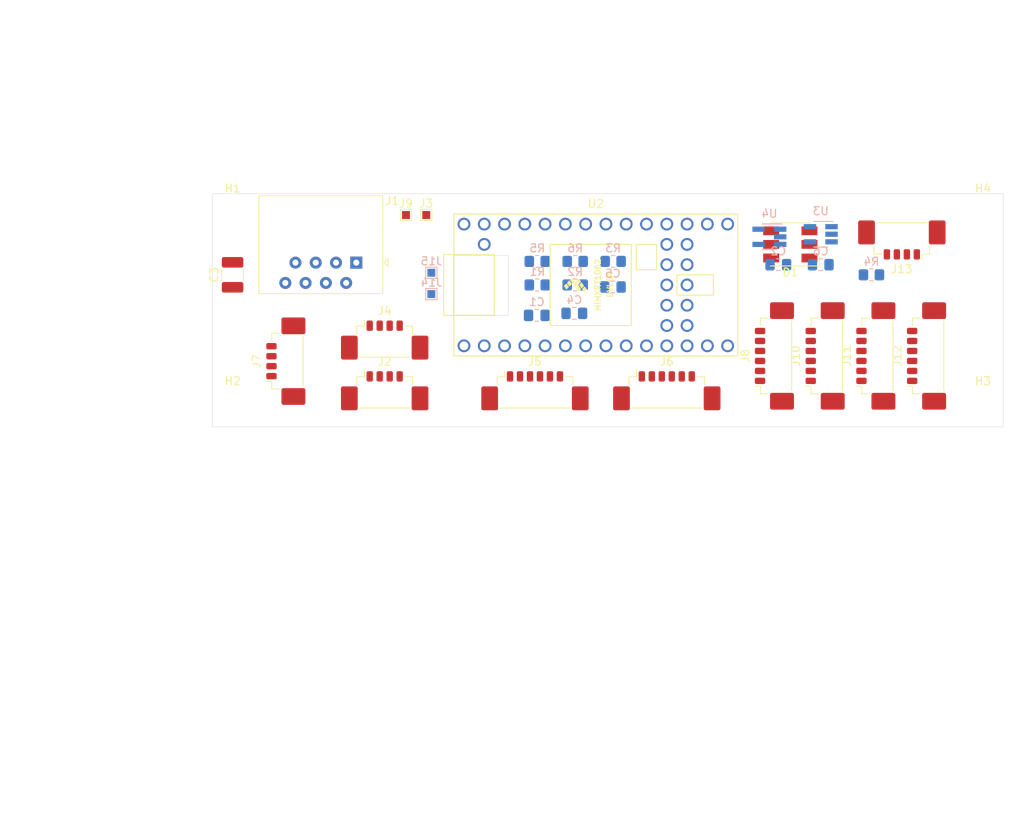
<source format=kicad_pcb>
(kicad_pcb (version 20211014) (generator pcbnew)
  (layers (0 "F.Cu" signal) (1 "In1.Cu" power) (2 "In2.Cu" power) (31 "B.Cu" signal) (34 "B.Paste" user) (35 "F.Paste" user) (36 "B.SilkS" user "B.Silkscreen") (37 "F.SilkS" user "F.Silkscreen") (38 "B.Mask" user) (39 "F.Mask" user) (44 "Edge.Cuts" user))
  (net 0 "")
  (net 1 "Net-(J2-Pad3)")
  (net 2 "GND")
  (net 3 "L_JOY_COL")
  (net 4 "Net-(J4-Pad3)")
  (net 5 "Net-(J4-Pad2)")
  (net 6 "Net-(J6-Pad3)")
  (net 7 "+3V3")
  (net 9 "Net-(R3-Pad2)")
  (net 10 "Net-(R4-Pad2)")
  (net 12 "Net-(J6-Pad1)")
  (net 13 "Net-(J6-Pad5)")
  (net 14 "GNDA")
  (net 15 "/D-")
  (net 16 "/D+")
  (net 17 "VBUS")
  (net 18 "Net-(J5-Pad4)")
  (net 19 "Net-(J5-Pad2)")
  (net 20 "Net-(J2-Pad2)")
  (net 21 "Net-(J5-Pad1)")
  (net 22 "Net-(J5-Pad3)")
  (net 23 "Net-(J5-Pad5)")
  (net 24 "Net-(J5-Pad6)")
  (net 25 "Net-(J6-Pad2)")
  (net 26 "Net-(J6-Pad4)")
  (net 27 "Net-(J6-Pad6)")
  (net 30 "Net-(J10-Pad2)")
  (net 31 "Net-(J10-Pad3)")
  (net 32 "Net-(J10-Pad4)")
  (net 33 "Net-(J10-Pad5)")
  (net 34 "Net-(J10-Pad6)")
  (net 37 "Net-(J12-Pad1)")
  (net 40 "Net-(U2-Pad30)")
  (net 41 "Net-(D1-Pad1)")
  (net 42 "Net-(U2-Pad29)")
  (net 43 "Net-(D1-Pad2)")
  (net 44 "Net-(C1-Pad1)")
  (net 45 "Net-(C2-Pad1)")
  (net 46 "Net-(C5-Pad1)")
  (net 47 "Net-(C4-Pad1)")
  (net 56 "Net-(J14-Pad1)")
  (net 57 "Net-(J15-Pad1)")
  (net 58 "Net-(J13-Pad2)")
  (net 59 "Net-(J13-Pad3)")
  (footprint "MountingHole:MountingHole_2.2mm_M2" (layer "F.Cu") (at 60.96 66.04)
    (fp_text reference "H1" (at 0 -3.2) (layer "F.SilkS"))
    (fp_text value "MountingHole")
    (pad "" np_thru_hole circle (at 0 0) (size 2.2 2.2) (drill 2.2) (layers *.Cu *.Mask))
  )
  (footprint "Connector_Molex:Molex_PicoBlade_53398-0471_1x04-1MP_P1.25mm_Vertical" (layer "F.Cu") (at 80.01 87.63)
    (fp_text reference "J2" (at 0 -3.1) (layer "F.SilkS"))
    (fp_text value "Base")
    (fp_line (start -2.535 -1.21) (end -2.535 -1.9) (layer "F.SilkS") (width 0.12))
    (fp_line (start -3.115 2.71) (end 3.115 2.71) (layer "F.SilkS") (width 0.12))
    (fp_line (start -3.485 -1.21) (end -2.535 -1.21) (layer "F.SilkS") (width 0.12))
    (fp_line (start 3.485 -1.21) (end 2.535 -1.21) (layer "F.SilkS") (width 0.12))
    (fp_line (start 3.485 -0.26) (end 3.485 -1.21) (layer "F.SilkS") (width 0.12))
    (fp_line (start -3.485 -0.26) (end -3.485 -1.21) (layer "F.SilkS") (width 0.12))
    (pad "1" smd roundrect (at -1.875 -1.25) (size 0.8 1.3) (layers "F.Cu" "F.Paste" "F.Mask") (net 7 "+3V3"))
    (pad "2" smd roundrect (at -0.625 -1.25) (size 0.8 1.3) (layers "F.Cu" "F.Paste" "F.Mask") (net 20 "Net-(J2-Pad2)"))
    (pad "3" smd roundrect (at 0.625 -1.25) (size 0.8 1.3) (layers "F.Cu" "F.Paste" "F.Mask") (net 1 "Net-(J2-Pad3)"))
    (pad "4" smd roundrect (at 1.875 -1.25) (size 0.8 1.3) (layers "F.Cu" "F.Paste" "F.Mask") (net 14 "GNDA"))
    (pad "MP" smd roundrect (at 4.425 1.5) (size 2.1 3) (layers "F.Cu" "F.Paste" "F.Mask") (roundrect_rratio 0.119048))
    (pad "MP" smd roundrect (at -4.425 1.5) (size 2.1 3) (layers "F.Cu" "F.Paste" "F.Mask") (roundrect_rratio 0.119048))
  )
  (footprint "Capacitor_SMD:C_1210_3225Metric_Pad1.33x2.70mm_HandSolder" (layer "F.Cu") (at 60.96 73.66 90)
    (fp_text reference "C3" (at 0 -2.3 90) (layer "F.SilkS"))
    (fp_text value "C")
    (fp_line (start -0.711252 1.36) (end 0.711252 1.36) (layer "F.SilkS") (width 0.12))
    (fp_line (start -0.711252 -1.36) (end 0.711252 -1.36) (layer "F.SilkS") (width 0.12))
    (pad "1" smd roundrect (at -1.5625 0 90) (size 1.325 2.7) (layers "F.Cu" "F.Paste" "F.Mask") (roundrect_rratio 0.188679) (net 17 "VBUS"))
    (pad "2" smd roundrect (at 1.5625 0 90) (size 1.325 2.7) (layers "F.Cu" "F.Paste" "F.Mask") (roundrect_rratio 0.188679) (net 2 "GND"))
  )
  (footprint "LED_SMD:LED_RGB_5050-6" (layer "F.Cu") (at 130.81 69.85 180)
    (fp_text reference "D1" (at 0 -3.5) (layer "F.SilkS"))
    (fp_text value "DotStar-cmdr_mainboard")
    (fp_line (start -3.6 -2.7) (end 2.5 -2.7) (layer "F.SilkS") (width 0.12))
    (fp_line (start 2.5 2.7) (end -2.5 2.7) (layer "F.SilkS") (width 0.12))
    (fp_line (start -3.6 -1.6) (end -3.6 -2.7) (layer "F.SilkS") (width 0.12))
    (pad "1" smd rect (at -2.4 -1.7 270) (size 1.1 2) (layers "F.Cu" "F.Paste" "F.Mask") (net 41 "Net-(D1-Pad1)"))
    (pad "2" smd rect (at -2.4 0 270) (size 1.1 2) (layers "F.Cu" "F.Paste" "F.Mask") (net 43 "Net-(D1-Pad2)"))
    (pad "3" smd rect (at -2.4 1.7 270) (size 1.1 2) (layers "F.Cu" "F.Paste" "F.Mask") (net 2 "GND"))
    (pad "4" smd rect (at 2.4 1.7 270) (size 1.1 2) (layers "F.Cu" "F.Paste" "F.Mask") (net 17 "VBUS"))
    (pad "5" smd rect (at 2.4 0 270) (size 1.1 2) (layers "F.Cu" "F.Paste" "F.Mask"))
    (pad "6" smd rect (at 2.4 -1.7 270) (size 1.1 2) (layers "F.Cu" "F.Paste" "F.Mask"))
  )
  (footprint "MountingHole:MountingHole_2.2mm_M2" (layer "F.Cu") (at 60.96 90.17)
    (fp_text reference "H2" (at 0 -3.2) (layer "F.SilkS"))
    (fp_text value "MountingHole")
    (pad "" np_thru_hole circle (at 0 0) (size 2.2 2.2) (drill 2.2) (layers *.Cu *.Mask))
  )
  (footprint "cmdr_mainboard:FRJAE-408" (layer "F.Cu") (at 76.454 72.136 180)
    (fp_text reference "J1" (at -4.505 7.747) (layer "F.SilkS"))
    (fp_text value "RJ45")
    (fp_line (start -4 -0.5) (end -4 0.5) (layer "F.SilkS") (width 0.12))
    (fp_line (start 12.205 -3.88) (end -3.315 -3.88) (layer "F.SilkS") (width 0.12))
    (fp_line (start -3.315 -3.88) (end -3.302 8.382) (layer "F.SilkS") (width 0.12))
    (fp_line (start -3.302 8.382) (end 12.218 8.382) (layer "F.SilkS") (width 0.12))
    (fp_line (start 12.205 -3.88) (end 12.205 8.382) (layer "F.SilkS") (width 0.12))
    (fp_line (start -3.5 0) (end -4 -0.5) (layer "F.SilkS") (width 0.12))
    (fp_line (start -4 0.5) (end -3.5 0) (layer "F.SilkS") (width 0.12))
    (pad "" np_thru_hole circle (at -1.27 6.35 180) (size 3.2 3.2) (drill 3.2) (layers *.Cu *.Mask))
    (pad "" np_thru_hole circle (at 10.16 6.35 180) (size 3.2 3.2) (drill 3.2) (layers *.Cu *.Mask))
    (pad "1" thru_hole rect (at 0 0 180) (size 1.5 1.5) (drill 0.76) (layers *.Cu *.Mask) (net 17 "VBUS"))
    (pad "2" thru_hole circle (at 1.27 -2.54 180) (size 1.5 1.5) (drill 0.76) (layers *.Cu *.Mask) (net 2 "GND"))
    (pad "3" thru_hole circle (at 2.54 0 180) (size 1.5 1.5) (drill 0.76) (layers *.Cu *.Mask) (net 16 "/D+"))
    (pad "4" thru_hole circle (at 3.81 -2.54 180) (size 1.5 1.5) (drill 0.76) (layers *.Cu *.Mask) (net 15 "/D-"))
    (pad "5" thru_hole circle (at 5.08 0 180) (size 1.5 1.5) (drill 0.76) (layers *.Cu *.Mask))
    (pad "6" thru_hole circle (at 6.35 -2.54 180) (size 1.5 1.5) (drill 0.76) (layers *.Cu *.Mask))
    (pad "7" thru_hole circle (at 7.62 0 180) (size 1.5 1.5) (drill 0.76) (layers *.Cu *.Mask))
    (pad "8" thru_hole circle (at 8.89 -2.54 180) (size 1.5 1.5) (drill 0.76) (layers *.Cu *.Mask))
  )
  (footprint "cmdr_mainboard:Teensy40_CM" (layer "F.Cu") (at 106.45 74.93)
    (fp_text reference "U2" (at 0 -10.16) (layer "F.SilkS"))
    (fp_text value "Teensy4.0")
    (fp_text user "DVL6A" (at 1.778 0 90) (layer "F.SilkS") (effects (font (size 0.7 0.7))))
    (fp_text user "MIMXRT1062" (at 0.254 0 90) (layer "F.SilkS") (effects (font (size 0.7 0.7))))
    (fp_line (start -17.78 -8.89) (end 17.78 -8.89) (layer "F.SilkS") (width 0.15))
    (fp_line (start -19.05 -3.81) (end -17.78 -3.81) (layer "F.SilkS") (width 0.15))
    (fp_line (start 4.445 5.08) (end 4.445 -5.08) (layer "F.SilkS") (width 0.15))
    (fp_line (start 7.62 -5.08) (end 7.62 -1.905) (layer "F.SilkS") (width 0.15))
    (fp_line (start 5.08 -1.905) (end 5.08 -5.08) (layer "F.SilkS") (width 0.15))
    (fp_line (start -5.715 -5.08) (end -5.715 5.08) (layer "F.SilkS") (width 0.15))
    (fp_line (start 4.445 -5.08) (end -5.715 -5.08) (layer "F.SilkS") (width 0.15))
    (fp_line (start -17.78 3.81) (end -19.05 3.81) (layer "F.SilkS") (width 0.15))
    (fp_line (start -12.7 3.81) (end -17.78 3.81) (layer "F.SilkS") (width 0.15))
    (fp_line (start 7.62 -1.905) (end 5.08 -1.905) (layer "F.SilkS") (width 0.15))
    (fp_line (start -12.7 3.81) (end -12.7 -3.81) (layer "F.SilkS") (width 0.15))
    (fp_line (start 10.16 -1.27) (end 14.732 -1.27) (layer "F.SilkS") (width 0.15))
    (fp_line (start 14.732 -1.27) (end 14.732 1.27) (layer "F.SilkS") (width 0.15))
    (fp_line (start 10.16 1.27) (end 10.16 -1.27) (layer "F.SilkS") (width 0.15))
    (fp_line (start 17.78 -8.89) (end 17.78 8.89) (layer "F.SilkS") (width 0.15))
    (fp_line (start -17.78 8.89) (end -17.78 -8.89) (layer "F.SilkS") (width 0.15))
    (fp_line (start 14.732 1.27) (end 10.16 1.27) (layer "F.SilkS") (width 0.15))
    (fp_line (start -19.05 3.81) (end -19.05 -3.81) (layer "F.SilkS") (width 0.15))
    (fp_line (start 17.78 8.89) (end -17.78 8.89) (layer "F.SilkS") (width 0.15))
    (fp_line (start -12.7 -3.81) (end -17.78 -3.81) (layer "F.SilkS") (width 0.15))
    (fp_line (start 4.445 5.08) (end -5.715 5.08) (layer "F.SilkS") (width 0.15))
    (fp_line (start 5.08 -5.08) (end 7.62 -5.08) (layer "F.SilkS") (width 0.15))
    (fp_poly (pts (xy -2.032 0) (xy -1.778 -0.254) (xy -1.524 0.127) (xy -1.778 0.381)) (layer "F.SilkS") (width 0.1) (fill solid))
    (fp_poly (pts (xy -2.794 -0.127) (xy -2.54 -0.381) (xy -2.286 0) (xy -2.54 0.254)) (layer "F.SilkS") (width 0.1) (fill solid))
    (fp_poly (pts (xy -2.413 -0.508) (xy -2.159 -0.762) (xy -1.905 -0.381) (xy -2.159 -0.127)) (layer "F.SilkS") (width 0.1) (fill solid))
    (fp_poly (pts (xy -2.413 0.381) (xy -2.159 0.127) (xy -1.905 0.508) (xy -2.159 0.762)) (layer "F.SilkS") (width 0.1) (fill solid))
    (fp_poly (pts (xy -3.937 0.127) (xy -3.683 -0.127) (xy -3.429 0.254) (xy -3.683 0.508)) (layer "F.SilkS") (width 0.1) (fill solid))
    (fp_poly (pts (xy -1.651 0.508) (xy -1.397 0.254) (xy -1.143 0.635) (xy -1.397 0.889)) (layer "F.SilkS") (width 0.1) (fill solid))
    (fp_poly (pts (xy -3.556 -0.254) (xy -3.302 -0.508) (xy -3.048 -0.127) (xy -3.302 0.127)) (layer "F.SilkS") (width 0.1) (fill solid))
    (fp_poly (pts (xy -3.175 -0.635) (xy -2.921 -0.889) (xy -2.667 -0.508) (xy -2.921 -0.254)) (layer "F.SilkS") (width 0.1) (fill solid))
    (pad "1" thru_hole circle (at -16.51 7.62) (size 1.6 1.6) (drill 1.1) (layers *.Cu *.Mask) (net 2 "GND"))
    (pad "2" thru_hole circle (at -13.97 7.62) (size 1.6 1.6) (drill 1.1) (layers *.Cu *.Mask) (net 21 "Net-(J5-Pad1)"))
    (pad "3" thru_hole circle (at -11.43 7.62) (size 1.6 1.6) (drill 1.1) (layers *.Cu *.Mask) (net 19 "Net-(J5-Pad2)"))
    (pad "4" thru_hole circle (at -8.89 7.62) (size 1.6 1.6) (drill 1.1) (layers *.Cu *.Mask) (net 22 "Net-(J5-Pad3)"))
    (pad "5" thru_hole circle (at -6.35 7.62) (size 1.6 1.6) (drill 1.1) (layers *.Cu *.Mask) (net 18 "Net-(J5-Pad4)"))
    (pad "6" thru_hole circle (at -3.81 7.62) (size 1.6 1.6) (drill 1.1) (layers *.Cu *.Mask) (net 23 "Net-(J5-Pad5)"))
    (pad "7" thru_hole circle (at -1.27 7.62) (size 1.6 1.6) (drill 1.1) (layers *.Cu *.Mask) (net 24 "Net-(J5-Pad6)"))
    (pad "8" thru_hole circle (at 1.27 7.62) (size 1.6 1.6) (drill 1.1) (layers *.Cu *.Mask) (net 12 "Net-(J6-Pad1)"))
    (pad "9" thru_hole circle (at 3.81 7.62) (size 1.6 1.6) (drill 1.1) (layers *.Cu *.Mask) (net 25 "Net-(J6-Pad2)"))
    (pad "10" thru_hole circle (at 6.35 7.62) (size 1.6 1.6) (drill 1.1) (layers *.Cu *.Mask) (net 6 "Net-(J6-Pad3)"))
    (pad "11" thru_hole circle (at 8.89 7.62) (size 1.6 1.6) (drill 1.1) (layers *.Cu *.Mask) (net 26 "Net-(J6-Pad4)"))
    (pad "12" thru_hole circle (at 11.43 7.62) (size 1.6 1.6) (drill 1.1) (layers *.Cu *.Mask) (net 13 "Net-(J6-Pad5)"))
    (pad "13" thru_hole circle (at 13.97 7.62) (size 1.6 1.6) (drill 1.1) (layers *.Cu *.Mask) (net 27 "Net-(J6-Pad6)"))
    (pad "14" thru_hole circle (at 16.51 7.62) (size 1.6 1.6) (drill 1.1) (layers *.Cu *.Mask) (net 3 "L_JOY_COL"))
    (pad "20" thru_hole circle (at 16.51 -7.62) (size 1.6 1.6) (drill 1.1) (layers *.Cu *.Mask))
    (pad "21" thru_hole circle (at 13.97 -7.62) (size 1.6 1.6) (drill 1.1) (layers *.Cu *.Mask) (net 9 "Net-(R3-Pad2)"))
    (pad "22" thru_hole circle (at 11.43 -7.62) (size 1.6 1.6) (drill 1.1) (layers *.Cu *.Mask) (net 10 "Net-(R4-Pad2)"))
    (pad "23" thru_hole circle (at 8.89 -7.62) (size 1.6 1.6) (drill 1.1) (layers *.Cu *.Mask) (net 46 "Net-(C5-Pad1)"))
    (pad "24" thru_hole circle (at 6.35 -7.62) (size 1.6 1.6) (drill 1.1) (layers *.Cu *.Mask) (net 47 "Net-(C4-Pad1)"))
    (pad "25" thru_hole circle (at 3.81 -7.62) (size 1.6 1.6) (drill 1.1) (layers *.Cu *.Mask))
    (pad "26" thru_hole circle (at 1.27 -7.62) (size 1.6 1.6) (drill 1.1) (layers *.Cu *.Mask))
    (pad "27" thru_hole circle (at -1.27 -7.62) (size 1.6 1.6) (drill 1.1) (layers *.Cu *.Mask) (net 45 "Net-(C2-Pad1)"))
    (pad "28" thru_hole circle (at -3.81 -7.62) (size 1.6 1.6) (drill 1.1) (layers *.Cu *.Mask) (net 44 "Net-(C1-Pad1)"))
    (pad "29" thru_hole circle (at -6.35 -7.62) (size 1.6 1.6) (drill 1.1) (layers *.Cu *.Mask) (net 42 "Net-(U2-Pad29)"))
    (pad "30" thru_hole circle (at -8.89 -7.62) (size 1.6 1.6) (drill 1.1) (layers *.Cu *.Mask) (net 40 "Net-(U2-Pad30)"))
    (pad "31" thru_hole circle (at -11.43 -7.62) (size 1.6 1.6) (drill 1.1) (layers *.Cu *.Mask) (net 7 "+3V3"))
    (pad "32" thru_hole circle (at -13.97 -7.62) (size 1.6 1.6) (drill 1.1) (layers *.Cu *.Mask) (net 14 "GNDA"))
    (pad "33" thru_hole circle (at -16.51 -7.62) (size 1.6 1.6) (drill 1.1) (layers *.Cu *.Mask))
    (pad "34" thru_hole circle (at -13.97 -5.08) (size 1.6 1.6) (drill 1.1) (layers *.Cu *.Mask) (net 17 "VBUS"))
    (pad "35" thru_hole circle (at 11.43 -5.08) (size 1.6 1.6) (drill 1.1) (layers *.Cu *.Mask) (net 34 "Net-(J10-Pad6)"))
    (pad "36" thru_hole circle (at 8.89 -5.08) (size 1.6 1.6) (drill 1.1) (layers *.Cu *.Mask))
    (pad "37" thru_hole circle (at 11.43 -2.54) (size 1.6 1.6) (drill 1.1) (layers *.Cu *.Mask) (net 33 "Net-(J10-Pad5)"))
    (pad "38" thru_hole circle (at 8.89 -2.54) (size 1.6 1.6) (drill 1.1) (layers *.Cu *.Mask))
    (pad "39" thru_hole circle (at 11.43 0) (size 1.6 1.6) (drill 1.1) (layers *.Cu *.Mask) (net 32 "Net-(J10-Pad4)"))
    (pad "40" thru_hole circle (at 8.89 0) (size 1.6 1.6) (drill 1.1) (layers *.Cu *.Mask))
    (pad "41" thru_hole circle (at 11.43 2.54) (size 1.6 1.6) (drill 1.1) (layers *.Cu *.Mask) (net 31 "Net-(J10-Pad3)"))
    (pad "42" thru_hole circle (at 8.89 2.54) (size 1.6 1.6) (drill 1.1) (layers *.Cu *.Mask))
    (pad "43" thru_hole circle (at 11.43 5.08) (size 1.6 1.6) (drill 1.1) (layers *.Cu *.Mask) (net 30 "Net-(J10-Pad2)"))
    (pad "44" thru_hole circle (at 8.89 5.08) (size 1.6 1.6) (drill 1.1) (layers *.Cu *.Mask) (net 37 "Net-(J12-Pad1)"))
  )
  (footprint "Connector_Molex:Molex_PicoBlade_53398-0671_1x06-1MP_P1.25mm_Vertical" (layer "F.Cu") (at 134.62 83.82 90)
    (fp_text reference "J10" (at 0 -3.1 90) (layer "F.SilkS"))
    (fp_text value "Conn_01x06")
    (fp_line (start -4.365 2.71) (end 4.365 2.71) (layer "F.SilkS") (width 0.12))
    (fp_line (start 4.735 -0.26) (end 4.735 -1.21) (layer "F.SilkS") (width 0.12))
    (fp_line (start -4.735 -1.21) (end -3.785 -1.21) (layer "F.SilkS") (width 0.12))
    (fp_line (start -3.785 -1.21) (end -3.785 -1.9) (layer "F.SilkS") (width 0.12))
    (fp_line (start -4.735 -0.26) (end -4.735 -1.21) (layer "F.SilkS") (width 0.12))
    (fp_line (start 4.735 -1.21) (end 3.785 -1.21) (layer "F.SilkS") (width 0.12))
    (pad "1" smd roundrect (at -3.125 -1.25 90) (size 0.8 1.3) (layers "F.Cu" "F.Paste" "F.Mask"))
    (pad "2" smd roundrect (at -1.875 -1.25 90) (size 0.8 1.3) (layers "F.Cu" "F.Paste" "F.Mask") (net 30 "Net-(J10-Pad2)"))
    (pad "3" smd roundrect (at -0.625 -1.25 90) (size 0.8 1.3) (layers "F.Cu" "F.Paste" "F.Mask") (net 31 "Net-(J10-Pad3)"))
    (pad "4" smd roundrect (at 0.625 -1.25 90) (size 0.8 1.3) (layers "F.Cu" "F.Paste" "F.Mask") (net 32 "Net-(J10-Pad4)"))
    (pad "5" smd roundrect (at 1.875 -1.25 90) (size 0.8 1.3) (layers "F.Cu" "F.Paste" "F.Mask") (net 33 "Net-(J10-Pad5)"))
    (pad "6" smd roundrect (at 3.125 -1.25 90) (size 0.8 1.3) (layers "F.Cu" "F.Paste" "F.Mask") (net 34 "Net-(J10-Pad6)"))
    (pad "MP" smd roundrect (at 5.675 1.5 90) (size 2.1 3) (layers "F.Cu" "F.Paste" "F.Mask") (roundrect_rratio 0.119048))
    (pad "MP" smd roundrect (at -5.675 1.5 90) (size 2.1 3) (layers "F.Cu" "F.Paste" "F.Mask") (roundrect_rratio 0.119048))
  )
  (footprint "Connector_Molex:Molex_PicoBlade_53398-0671_1x06-1MP_P1.25mm_Vertical" (layer "F.Cu") (at 140.97 83.82 90)
    (fp_text reference "J11" (at 0 -3.1 90) (layer "F.SilkS"))
    (fp_text value "Conn_01x06")
    (fp_line (start -4.735 -0.26) (end -4.735 -1.21) (layer "F.SilkS") (width 0.12))
    (fp_line (start -3.785 -1.21) (end -3.785 -1.9) (layer "F.SilkS") (width 0.12))
    (fp_line (start -4.735 -1.21) (end -3.785 -1.21) (layer "F.SilkS") (width 0.12))
    (fp_line (start -4.365 2.71) (end 4.365 2.71) (layer "F.SilkS") (width 0.12))
    (fp_line (start 4.735 -1.21) (end 3.785 -1.21) (layer "F.SilkS") (width 0.12))
    (fp_line (start 4.735 -0.26) (end 4.735 -1.21) (layer "F.SilkS") (width 0.12))
    (pad "1" smd roundrect (at -3.125 -1.25 90) (size 0.8 1.3) (layers "F.Cu" "F.Paste" "F.Mask"))
    (pad "2" smd roundrect (at -1.875 -1.25 90) (size 0.8 1.3) (layers "F.Cu" "F.Paste" "F.Mask") (net 30 "Net-(J10-Pad2)"))
    (pad "3" smd roundrect (at -0.625 -1.25 90) (size 0.8 1.3) (layers "F.Cu" "F.Paste" "F.Mask") (net 31 "Net-(J10-Pad3)"))
    (pad "4" smd roundrect (at 0.625 -1.25 90) (size 0.8 1.3) (layers "F.Cu" "F.Paste" "F.Mask") (net 32 "Net-(J10-Pad4)"))
    (pad "5" smd roundrect (at 1.875 -1.25 90) (size 0.8 1.3) (layers "F.Cu" "F.Paste" "F.Mask") (net 33 "Net-(J10-Pad5)"))
    (pad "6" smd roundrect (at 3.125 -1.25 90) (size 0.8 1.3) (layers "F.Cu" "F.Paste" "F.Mask") (net 34 "Net-(J10-Pad6)"))
    (pad "MP" smd roundrect (at 5.675 1.5 90) (size 2.1 3) (layers "F.Cu" "F.Paste" "F.Mask") (roundrect_rratio 0.119048))
    (pad "MP" smd roundrect (at -5.675 1.5 90) (size 2.1 3) (layers "F.Cu" "F.Paste" "F.Mask") (roundrect_rratio 0.119048))
  )
  (footprint "Connector_Molex:Molex_PicoBlade_53398-0671_1x06-1MP_P1.25mm_Vertical" (layer "F.Cu") (at 98.83 87.63)
    (fp_text reference "J5" (at 0 -3.1) (layer "F.SilkS"))
    (fp_text value "Conn_01x06")
    (fp_line (start -3.785 -1.21) (end -3.785 -1.9) (layer "F.SilkS") (width 0.12))
    (fp_line (start -4.365 2.71) (end 4.365 2.71) (layer "F.SilkS") (width 0.12))
    (fp_line (start -4.735 -0.26) (end -4.735 -1.21) (layer "F.SilkS") (width 0.12))
    (fp_line (start 4.735 -1.21) (end 3.785 -1.21) (layer "F.SilkS") (width 0.12))
    (fp_line (start 4.735 -0.26) (end 4.735 -1.21) (layer "F.SilkS") (width 0.12))
    (fp_line (start -4.735 -1.21) (end -3.785 -1.21) (layer "F.SilkS") (width 0.12))
    (pad "1" smd roundrect (at -3.125 -1.25) (size 0.8 1.3) (layers "F.Cu" "F.Paste" "F.Mask") (net 21 "Net-(J5-Pad1)"))
    (pad "2" smd roundrect (at -1.875 -1.25) (size 0.8 1.3) (layers "F.Cu" "F.Paste" "F.Mask") (net 19 "Net-(J5-Pad2)"))
    (pad "3" smd roundrect (at -0.625 -1.25) (size 0.8 1.3) (layers "F.Cu" "F.Paste" "F.Mask") (net 22 "Net-(J5-Pad3)"))
    (pad "4" smd roundrect (at 0.625 -1.25) (size 0.8 1.3) (layers "F.Cu" "F.Paste" "F.Mask") (net 18 "Net-(J5-Pad4)"))
    (pad "5" smd roundrect (at 1.875 -1.25) (size 0.8 1.3) (layers "F.Cu" "F.Paste" "F.Mask") (net 23 "Net-(J5-Pad5)"))
    (pad "6" smd roundrect (at 3.125 -1.25) (size 0.8 1.3) (layers "F.Cu" "F.Paste" "F.Mask") (net 24 "Net-(J5-Pad6)"))
    (pad "MP" smd roundrect (at -5.675 1.5) (size 2.1 3) (layers "F.Cu" "F.Paste" "F.Mask") (roundrect_rratio 0.119048))
    (pad "MP" smd roundrect (at 5.675 1.5) (size 2.1 3) (layers "F.Cu" "F.Paste" "F.Mask") (roundrect_rratio 0.119048))
  )
  (footprint "TestPoint:TestPoint_Pad_1.0x1.0mm" (layer "F.Cu") (at 82.677 66.167)
    (fp_text reference "J9" (at 0 -1.448) (layer "F.SilkS"))
    (fp_text value "D+")
    (fp_line (start -0.7 0.7) (end -0.7 -0.7) (layer "F.SilkS") (width 0.12))
    (fp_line (start -0.7 -0.7) (end 0.7 -0.7) (layer "F.SilkS") (width 0.12))
    (fp_line (start 0.7 0.7) (end -0.7 0.7) (layer "F.SilkS") (width 0.12))
    (fp_line (start 0.7 -0.7) (end 0.7 0.7) (layer "F.SilkS") (width 0.12))
    (pad "1" smd rect (at 0 0) (size 1 1) (layers "F.Cu" "F.Mask") (net 16 "/D+"))
  )
  (footprint "MountingHole:MountingHole_2.2mm_M2" (layer "F.Cu") (at 154.94 90.17)
    (fp_text reference "H3" (at 0 -3.2) (layer "F.SilkS"))
    (fp_text value "MountingHole")
    (pad "" np_thru_hole circle (at 0 0) (size 2.2 2.2) (drill 2.2) (layers *.Cu *.Mask))
  )
  (footprint "Connector_Molex:Molex_PicoBlade_53398-0471_1x04-1MP_P1.25mm_Vertical" (layer "F.Cu") (at 144.78 69.85 180)
    (fp_text reference "J13" (at 0 -3.1) (layer "F.SilkS"))
    (fp_text value "Base")
    (fp_line (start 3.485 -1.21) (end 2.535 -1.21) (layer "F.SilkS") (width 0.12))
    (fp_line (start 3.485 -0.26) (end 3.485 -1.21) (layer "F.SilkS") (width 0.12))
    (fp_line (start -3.485 -0.26) (end -3.485 -1.21) (layer "F.SilkS") (width 0.12))
    (fp_line (start -2.535 -1.21) (end -2.535 -1.9) (layer "F.SilkS") (width 0.12))
    (fp_line (start -3.115 2.71) (end 3.115 2.71) (layer "F.SilkS") (width 0.12))
    (fp_line (start -3.485 -1.21) (end -2.535 -1.21) (layer "F.SilkS") (width 0.12))
    (pad "1" smd roundrect (at -1.875 -1.25 180) (size 0.8 1.3) (layers "F.Cu" "F.Paste" "F.Mask") (net 17 "VBUS"))
    (pad "2" smd roundrect (at -0.625 -1.25 180) (size 0.8 1.3) (layers "F.Cu" "F.Paste" "F.Mask") (net 58 "Net-(J13-Pad2)"))
    (pad "3" smd roundrect (at 0.625 -1.25 180) (size 0.8 1.3) (layers "F.Cu" "F.Paste" "F.Mask") (net 59 "Net-(J13-Pad3)"))
    (pad "4" smd roundrect (at 1.875 -1.25 180) (size 0.8 1.3) (layers "F.Cu" "F.Paste" "F.Mask") (net 2 "GND"))
    (pad "MP" smd roundrect (at -4.425 1.5 180) (size 2.1 3) (layers "F.Cu" "F.Paste" "F.Mask") (roundrect_rratio 0.119048))
    (pad "MP" smd roundrect (at 4.425 1.5 180) (size 2.1 3) (layers "F.Cu" "F.Paste" "F.Mask") (roundrect_rratio 0.119048))
  )
  (footprint "Connector_Molex:Molex_PicoBlade_53398-0671_1x06-1MP_P1.25mm_Vertical" (layer "F.Cu") (at 128.27 83.82 90)
    (fp_text reference "J8" (at 0 -3.1 90) (layer "F.SilkS"))
    (fp_text value "Conn_01x06")
    (fp_line (start 4.735 -0.26) (end 4.735 -1.21) (layer "F.SilkS") (width 0.12))
    (fp_line (start -3.785 -1.21) (end -3.785 -1.9) (layer "F.SilkS") (width 0.12))
    (fp_line (start 4.735 -1.21) (end 3.785 -1.21) (layer "F.SilkS") (width 0.12))
    (fp_line (start -4.365 2.71) (end 4.365 2.71) (layer "F.SilkS") (width 0.12))
    (fp_line (start -4.735 -0.26) (end -4.735 -1.21) (layer "F.SilkS") (width 0.12))
    (fp_line (start -4.735 -1.21) (end -3.785 -1.21) (layer "F.SilkS") (width 0.12))
    (pad "1" smd roundrect (at -3.125 -1.25 90) (size 0.8 1.3) (layers "F.Cu" "F.Paste" "F.Mask") (net 3 "L_JOY_COL"))
    (pad "2" smd roundrect (at -1.875 -1.25 90) (size 0.8 1.3) (layers "F.Cu" "F.Paste" "F.Mask") (net 30 "Net-(J10-Pad2)"))
    (pad "3" smd roundrect (at -0.625 -1.25 90) (size 0.8 1.3) (layers "F.Cu" "F.Paste" "F.Mask") (net 31 "Net-(J10-Pad3)"))
    (pad "4" smd roundrect (at 0.625 -1.25 90) (size 0.8 1.3) (layers "F.Cu" "F.Paste" "F.Mask") (net 32 "Net-(J10-Pad4)"))
    (pad "5" smd roundrect (at 1.875 -1.25 90) (size 0.8 1.3) (layers "F.Cu" "F.Paste" "F.Mask") (net 33 "Net-(J10-Pad5)"))
    (pad "6" smd roundrect (at 3.125 -1.25 90) (size 0.8 1.3) (layers "F.Cu" "F.Paste" "F.Mask") (net 34 "Net-(J10-Pad6)"))
    (pad "MP" smd roundrect (at 5.675 1.5 90) (size 2.1 3) (layers "F.Cu" "F.Paste" "F.Mask") (roundrect_rratio 0.119048))
    (pad "MP" smd roundrect (at -5.675 1.5 90) (size 2.1 3) (layers "F.Cu" "F.Paste" "F.Mask") (roundrect_rratio 0.119048))
  )
  (footprint "MountingHole:MountingHole_2.2mm_M2" (layer "F.Cu") (at 154.94 66.04)
    (fp_text reference "H4" (at 0 -3.2) (layer "F.SilkS"))
    (fp_text value "MountingHole")
    (pad "" np_thru_hole circle (at 0 0) (size 2.2 2.2) (drill 2.2) (layers *.Cu *.Mask))
  )
  (footprint "Connector_Molex:Molex_PicoBlade_53398-0471_1x04-1MP_P1.25mm_Vertical" (layer "F.Cu") (at 80.01 81.28)
    (fp_text reference "J4" (at 0 -3.1) (layer "F.SilkS"))
    (fp_text value "Base")
    (fp_line (start -3.485 -1.21) (end -2.535 -1.21) (layer "F.SilkS") (width 0.12))
    (fp_line (start 3.485 -0.26) (end 3.485 -1.21) (layer "F.SilkS") (width 0.12))
    (fp_line (start -2.535 -1.21) (end -2.535 -1.9) (layer "F.SilkS") (width 0.12))
    (fp_line (start 3.485 -1.21) (end 2.535 -1.21) (layer "F.SilkS") (width 0.12))
    (fp_line (start -3.485 -0.26) (end -3.485 -1.21) (layer "F.SilkS") (width 0.12))
    (fp_line (start -3.115 2.71) (end 3.115 2.71) (layer "F.SilkS") (width 0.12))
    (pad "1" smd roundrect (at -1.875 -1.25) (size 0.8 1.3) (layers "F.Cu" "F.Paste" "F.Mask") (net 7 "+3V3"))
    (pad "2" smd roundrect (at -0.625 -1.25) (size 0.8 1.3) (layers "F.Cu" "F.Paste" "F.Mask") (net 5 "Net-(J4-Pad2)"))
    (pad "3" smd roundrect (at 0.625 -1.25) (size 0.8 1.3) (layers "F.Cu" "F.Paste" "F.Mask") (net 4 "Net-(J4-Pad3)"))
    (pad "4" smd roundrect (at 1.875 -1.25) (size 0.8 1.3) (layers "F.Cu" "F.Paste" "F.Mask") (net 14 "GNDA"))
    (pad "MP" smd roundrect (at 4.425 1.5) (size 2.1 3) (layers "F.Cu" "F.Paste" "F.Mask") (roundrect_rratio 0.119048))
    (pad "MP" smd roundrect (at -4.425 1.5) (size 2.1 3) (layers "F.Cu" "F.Paste" "F.Mask") (roundrect_rratio 0.119048))
  )
  (footprint "TestPoint:TestPoint_Pad_1.0x1.0mm" (layer "F.Cu") (at 85.217 66.167)
    (fp_text reference "J3" (at 0 -1.448) (layer "F.SilkS"))
    (fp_text value "D-")
    (fp_line (start -0.7 -0.7) (end 0.7 -0.7) (layer "F.SilkS") (width 0.12))
    (fp_line (start -0.7 0.7) (end -0.7 -0.7) (layer "F.SilkS") (width 0.12))
    (fp_line (start 0.7 0.7) (end -0.7 0.7) (layer "F.SilkS") (width 0.12))
    (fp_line (start 0.7 -0.7) (end 0.7 0.7) (layer "F.SilkS") (width 0.12))
    (pad "1" smd rect (at 0 0) (size 1 1) (layers "F.Cu" "F.Mask") (net 15 "/D-"))
  )
  (footprint "Connector_Molex:Molex_PicoBlade_53398-0671_1x06-1MP_P1.25mm_Vertical" (layer "F.Cu") (at 147.32 83.82 90)
    (fp_text reference "J12" (at 0 -3.1 90) (layer "F.SilkS"))
    (fp_text value "Conn_01x06")
    (fp_line (start -4.735 -0.26) (end -4.735 -1.21) (layer "F.SilkS") (width 0.12))
    (fp_line (start -3.785 -1.21) (end -3.785 -1.9) (layer "F.SilkS") (width 0.12))
    (fp_line (start 4.735 -1.21) (end 3.785 -1.21) (layer "F.SilkS") (width 0.12))
    (fp_line (start -4.735 -1.21) (end -3.785 -1.21) (layer "F.SilkS") (width 0.12))
    (fp_line (start -4.365 2.71) (end 4.365 2.71) (layer "F.SilkS") (width 0.12))
    (fp_line (start 4.735 -0.26) (end 4.735 -1.21) (layer "F.SilkS") (width 0.12))
    (pad "1" smd roundrect (at -3.125 -1.25 90) (size 0.8 1.3) (layers "F.Cu" "F.Paste" "F.Mask") (net 37 "Net-(J12-Pad1)"))
    (pad "2" smd roundrect (at -1.875 -1.25 90) (size 0.8 1.3) (layers "F.Cu" "F.Paste" "F.Mask") (net 30 "Net-(J10-Pad2)"))
    (pad "3" smd roundrect (at -0.625 -1.25 90) (size 0.8 1.3) (layers "F.Cu" "F.Paste" "F.Mask") (net 31 "Net-(J10-Pad3)"))
    (pad "4" smd roundrect (at 0.625 -1.25 90) (size 0.8 1.3) (layers "F.Cu" "F.Paste" "F.Mask") (net 32 "Net-(J10-Pad4)"))
    (pad "5" smd roundrect (at 1.875 -1.25 90) (size 0.8 1.3) (layers "F.Cu" "F.Paste" "F.Mask") (net 33 "Net-(J10-Pad5)"))
    (pad "6" smd roundrect (at 3.125 -1.25 90) (size 0.8 1.3) (layers "F.Cu" "F.Paste" "F.Mask") (net 34 "Net-(J10-Pad6)"))
    (pad "MP" smd roundrect (at 5.675 1.5 90) (size 2.1 3) (layers "F.Cu" "F.Paste" "F.Mask") (roundrect_rratio 0.119048))
    (pad "MP" smd roundrect (at -5.675 1.5 90) (size 2.1 3) (layers "F.Cu" "F.Paste" "F.Mask") (roundrect_rratio 0.119048))
  )
  (footprint "Connector_Molex:Molex_PicoBlade_53398-0671_1x06-1MP_P1.25mm_Vertical" (layer "F.Cu") (at 115.34 87.63)
    (fp_text reference "J6" (at 0 -3.1) (layer "F.SilkS"))
    (fp_text value "Conn_01x06")
    (fp_line (start -4.735 -1.21) (end -3.785 -1.21) (layer "F.SilkS") (width 0.12))
    (fp_line (start 4.735 -0.26) (end 4.735 -1.21) (layer "F.SilkS") (width 0.12))
    (fp_line (start -4.365 2.71) (end 4.365 2.71) (layer "F.SilkS") (width 0.12))
    (fp_line (start -3.785 -1.21) (end -3.785 -1.9) (layer "F.SilkS") (width 0.12))
    (fp_line (start 4.735 -1.21) (end 3.785 -1.21) (layer "F.SilkS") (width 0.12))
    (fp_line (start -4.735 -0.26) (end -4.735 -1.21) (layer "F.SilkS") (width 0.12))
    (pad "1" smd roundrect (at -3.125 -1.25) (size 0.8 1.3) (layers "F.Cu" "F.Paste" "F.Mask") (net 12 "Net-(J6-Pad1)"))
    (pad "2" smd roundrect (at -1.875 -1.25) (size 0.8 1.3) (layers "F.Cu" "F.Paste" "F.Mask") (net 25 "Net-(J6-Pad2)"))
    (pad "3" smd roundrect (at -0.625 -1.25) (size 0.8 1.3) (layers "F.Cu" "F.Paste" "F.Mask") (net 6 "Net-(J6-Pad3)"))
    (pad "4" smd roundrect (at 0.625 -1.25) (size 0.8 1.3) (layers "F.Cu" "F.Paste" "F.Mask") (net 26 "Net-(J6-Pad4)"))
    (pad "5" smd roundrect (at 1.875 -1.25) (size 0.8 1.3) (layers "F.Cu" "F.Paste" "F.Mask") (net 13 "Net-(J6-Pad5)"))
    (pad "6" smd roundrect (at 3.125 -1.25) (size 0.8 1.3) (layers "F.Cu" "F.Paste" "F.Mask") (net 27 "Net-(J6-Pad6)"))
    (pad "MP" smd roundrect (at 5.675 1.5) (size 2.1 3) (layers "F.Cu" "F.Paste" "F.Mask") (roundrect_rratio 0.119048))
    (pad "MP" smd roundrect (at -5.675 1.5) (size 2.1 3) (layers "F.Cu" "F.Paste" "F.Mask") (roundrect_rratio 0.119048))
  )
  (footprint "Connector_Molex:Molex_PicoBlade_53398-0471_1x04-1MP_P1.25mm_Vertical" (layer "F.Cu") (at 67.08 84.475 90)
    (fp_text reference "J7" (at 0 -3.1 90) (layer "F.SilkS"))
    (fp_text value "Base")
    (fp_line (start 3.485 -0.26) (end 3.485 -1.21) (layer "F.SilkS") (width 0.12))
    (fp_line (start -3.485 -1.21) (end -2.535 -1.21) (layer "F.SilkS") (width 0.12))
    (fp_line (start -3.115 2.71) (end 3.115 2.71) (layer "F.SilkS") (width 0.12))
    (fp_line (start -3.485 -0.26) (end -3.485 -1.21) (layer "F.SilkS") (width 0.12))
    (fp_line (start -2.535 -1.21) (end -2.535 -1.9) (layer "F.SilkS") (width 0.12))
    (fp_line (start 3.485 -1.21) (end 2.535 -1.21) (layer "F.SilkS") (width 0.12))
    (pad "1" smd roundrect (at -1.875 -1.25 90) (size 0.8 1.3) (layers "F.Cu" "F.Paste" "F.Mask") (net 17 "VBUS"))
    (pad "2" smd roundrect (at -0.625 -1.25 90) (size 0.8 1.3) (layers "F.Cu" "F.Paste" "F.Mask") (net 56 "Net-(J14-Pad1)"))
    (pad "3" smd roundrect (at 0.625 -1.25 90) (size 0.8 1.3) (layers "F.Cu" "F.Paste" "F.Mask") (net 57 "Net-(J15-Pad1)"))
    (pad "4" smd roundrect (at 1.875 -1.25 90) (size 0.8 1.3) (layers "F.Cu" "F.Paste" "F.Mask") (net 2 "GND"))
    (pad "MP" smd roundrect (at -4.425 1.5 90) (size 2.1 3) (layers "F.Cu" "F.Paste" "F.Mask") (roundrect_rratio 0.119048))
    (pad "MP" smd roundrect (at 4.425 1.5 90) (size 2.1 3) (layers "F.Cu" "F.Paste" "F.Mask") (roundrect_rratio 0.119048))
  )
  (footprint "Package_TO_SOT_SMD:SOT-23-5_HandSoldering" (layer "B.Cu") (at 128.19 68.9 180)
    (fp_text reference "U4" (at 0 2.9) (layer "B.SilkS") (effects (justify mirror)))
    (fp_text value "74LVC1G125")
    (fp_line (start 0.9 1.61) (end -1.55 1.61) (layer "B.SilkS") (width 0.12))
    (fp_line (start -0.9 -1.61) (end 0.9 -1.61) (layer "B.SilkS") (width 0.12))
    (pad "1" smd rect (at -1.35 0.95 180) (size 1.56 0.65) (layers "B.Cu" "B.Paste" "B.Mask") (net 2 "GND"))
    (pad "2" smd rect (at -1.35 0 180) (size 1.56 0.65) (layers "B.Cu" "B.Paste" "B.Mask") (net 42 "Net-(U2-Pad29)"))
    (pad "3" smd rect (at -1.35 -0.95 180) (size 1.56 0.65) (layers "B.Cu" "B.Paste" "B.Mask") (net 2 "GND"))
    (pad "4" smd rect (at 1.35 -0.95 180) (size 1.56 0.65) (layers "B.Cu" "B.Paste" "B.Mask") (net 43 "Net-(D1-Pad2)"))
    (pad "5" smd rect (at 1.35 0.95 180) (size 1.56 0.65) (layers "B.Cu" "B.Paste" "B.Mask") (net 17 "VBUS"))
  )
  (footprint "Resistor_SMD:R_0805_2012Metric_Pad1.20x1.40mm_HandSolder" (layer "B.Cu") (at 108.62 71.98 180)
    (fp_text reference "R3" (at 0 1.65) (layer "B.SilkS") (effects (justify mirror)))
    (fp_text value "220")
    (fp_line (start -0.227064 -0.735) (end 0.227064 -0.735) (layer "B.SilkS") (width 0.12))
    (fp_line (start -0.227064 0.735) (end 0.227064 0.735) (layer "B.SilkS") (width 0.12))
    (pad "1" smd roundrect (at -1 0 180) (size 1.2 1.4) (layers "B.Cu" "B.Paste" "B.Mask") (roundrect_rratio 0.208333) (net 58 "Net-(J13-Pad2)"))
    (pad "2" smd roundrect (at 1 0 180) (size 1.2 1.4) (layers "B.Cu" "B.Paste" "B.Mask") (roundrect_rratio 0.208333) (net 9 "Net-(R3-Pad2)"))
  )
  (footprint "Resistor_SMD:R_0805_2012Metric_Pad1.20x1.40mm_HandSolder" (layer "B.Cu") (at 103.87 74.93 180)
    (fp_text reference "R2" (at 0 1.65) (layer "B.SilkS") (effects (justify mirror)))
    (fp_text value "220")
    (fp_line (start -0.227064 -0.735) (end 0.227064 -0.735) (layer "B.SilkS") (width 0.12))
    (fp_line (start -0.227064 0.735) (end 0.227064 0.735) (layer "B.SilkS") (width 0.12))
    (pad "1" smd roundrect (at -1 0 180) (size 1.2 1.4) (layers "B.Cu" "B.Paste" "B.Mask") (roundrect_rratio 0.208333) (net 20 "Net-(J2-Pad2)"))
    (pad "2" smd roundrect (at 1 0 180) (size 1.2 1.4) (layers "B.Cu" "B.Paste" "B.Mask") (roundrect_rratio 0.208333) (net 46 "Net-(C5-Pad1)"))
  )
  (footprint "TestPoint:TestPoint_Pad_1.0x1.0mm" (layer "B.Cu") (at 85.852 73.406 180)
    (fp_text reference "J15" (at 0 1.448) (layer "B.SilkS") (effects (justify mirror)))
    (fp_text value "D+")
    (fp_line (start 0.7 -0.7) (end -0.7 -0.7) (layer "B.SilkS") (width 0.12))
    (fp_line (start -0.7 0.7) (end 0.7 0.7) (layer "B.SilkS") (width 0.12))
    (fp_line (start 0.7 0.7) (end 0.7 -0.7) (layer "B.SilkS") (width 0.12))
    (fp_line (start -0.7 -0.7) (end -0.7 0.7) (layer "B.SilkS") (width 0.12))
    (pad "1" smd rect (at 0 0 180) (size 1 1) (layers "B.Cu" "B.Mask") (net 57 "Net-(J15-Pad1)"))
  )
  (footprint "Resistor_SMD:R_0805_2012Metric_Pad1.20x1.40mm_HandSolder" (layer "B.Cu") (at 99.12 74.93 180)
    (fp_text reference "R1" (at 0 1.65) (layer "B.SilkS") (effects (justify mirror)))
    (fp_text value "220")
    (fp_line (start -0.227064 0.735) (end 0.227064 0.735) (layer "B.SilkS") (width 0.12))
    (fp_line (start -0.227064 -0.735) (end 0.227064 -0.735) (layer "B.SilkS") (width 0.12))
    (pad "1" smd roundrect (at -1 0 180) (size 1.2 1.4) (layers "B.Cu" "B.Paste" "B.Mask") (roundrect_rratio 0.208333) (net 1 "Net-(J2-Pad3)"))
    (pad "2" smd roundrect (at 1 0 180) (size 1.2 1.4) (layers "B.Cu" "B.Paste" "B.Mask") (roundrect_rratio 0.208333) (net 47 "Net-(C4-Pad1)"))
  )
  (footprint "Capacitor_SMD:C_0805_2012Metric_Pad1.18x1.45mm_HandSolder" (layer "B.Cu") (at 134.62 72.39 180)
    (fp_text reference "C6" (at 0 1.68) (layer "B.SilkS") (effects (justify mirror)))
    (fp_text value "C")
    (fp_line (start -0.261252 -0.735) (end 0.261252 -0.735) (layer "B.SilkS") (width 0.12))
    (fp_line (start -0.261252 0.735) (end 0.261252 0.735) (layer "B.SilkS") (width 0.12))
    (pad "1" smd roundrect (at -1.0375 0 180) (size 1.175 1.45) (layers "B.Cu" "B.Paste" "B.Mask") (roundrect_rratio 0.212766) (net 17 "VBUS"))
    (pad "2" smd roundrect (at 1.0375 0 180) (size 1.175 1.45) (layers "B.Cu" "B.Paste" "B.Mask") (roundrect_rratio 0.212766) (net 2 "GND"))
  )
  (footprint "Resistor_SMD:R_0805_2012Metric_Pad1.20x1.40mm_HandSolder" (layer "B.Cu") (at 99.12 71.98 180)
    (fp_text reference "R5" (at 0 1.65) (layer "B.SilkS") (effects (justify mirror)))
    (fp_text value "220")
    (fp_line (start -0.227064 -0.735) (end 0.227064 -0.735) (layer "B.SilkS") (width 0.12))
    (fp_line (start -0.227064 0.735) (end 0.227064 0.735) (layer "B.SilkS") (width 0.12))
    (pad "1" smd roundrect (at -1 0 180) (size 1.2 1.4) (layers "B.Cu" "B.Paste" "B.Mask") (roundrect_rratio 0.208333) (net 5 "Net-(J4-Pad2)"))
    (pad "2" smd roundrect (at 1 0 180) (size 1.2 1.4) (layers "B.Cu" "B.Paste" "B.Mask") (roundrect_rratio 0.208333) (net 45 "Net-(C2-Pad1)"))
  )
  (footprint "Package_TO_SOT_SMD:SOT-23-5_HandSoldering" (layer "B.Cu") (at 134.62 68.58 180)
    (fp_text reference "U3" (at 0 2.9) (layer "B.SilkS") (effects (justify mirror)))
    (fp_text value "74LVC1G125")
    (fp_line (start -0.9 -1.61) (end 0.9 -1.61) (layer "B.SilkS") (width 0.12))
    (fp_line (start 0.9 1.61) (end -1.55 1.61) (layer "B.SilkS") (width 0.12))
    (pad "1" smd rect (at -1.35 0.95 180) (size 1.56 0.65) (layers "B.Cu" "B.Paste" "B.Mask") (net 2 "GND"))
    (pad "2" smd rect (at -1.35 0 180) (size 1.56 0.65) (layers "B.Cu" "B.Paste" "B.Mask") (net 40 "Net-(U2-Pad30)"))
    (pad "3" smd rect (at -1.35 -0.95 180) (size 1.56 0.65) (layers "B.Cu" "B.Paste" "B.Mask") (net 2 "GND"))
    (pad "4" smd rect (at 1.35 -0.95 180) (size 1.56 0.65) (layers "B.Cu" "B.Paste" "B.Mask") (net 41 "Net-(D1-Pad1)"))
    (pad "5" smd rect (at 1.35 0.95 180) (size 1.56 0.65) (layers "B.Cu" "B.Paste" "B.Mask") (net 17 "VBUS"))
  )
  (footprint "Capacitor_SMD:C_0805_2012Metric_Pad1.18x1.45mm_HandSolder" (layer "B.Cu") (at 108.585 75.184 180)
    (fp_text reference "C5" (at 0 1.68) (layer "B.SilkS") (effects (justify mirror)))
    (fp_text value "C")
    (fp_line (start -0.261252 0.735) (end 0.261252 0.735) (layer "B.SilkS") (width 0.12))
    (fp_line (start -0.261252 -0.735) (end 0.261252 -0.735) (layer "B.SilkS") (width 0.12))
    (pad "1" smd roundrect (at -1.0375 0 180) (size 1.175 1.45) (layers "B.Cu" "B.Paste" "B.Mask") (roundrect_rratio 0.212766) (net 46 "Net-(C5-Pad1)"))
    (pad "2" smd roundrect (at 1.0375 0 180) (size 1.175 1.45) (layers "B.Cu" "B.Paste" "B.Mask") (roundrect_rratio 0.212766) (net 14 "GNDA"))
  )
  (footprint "Resistor_SMD:R_0805_2012Metric_Pad1.20x1.40mm_HandSolder" (layer "B.Cu") (at 103.87 71.98 180)
    (fp_text reference "R6" (at 0 1.65) (layer "B.SilkS") (effects (justify mirror)))
    (fp_text value "220")
    (fp_line (start -0.227064 0.735) (end 0.227064 0.735) (layer "B.SilkS") (width 0.12))
    (fp_line (start -0.227064 -0.735) (end 0.227064 -0.735) (layer "B.SilkS") (width 0.12))
    (pad "1" smd roundrect (at -1 0 180) (size 1.2 1.4) (layers "B.Cu" "B.Paste" "B.Mask") (roundrect_rratio 0.208333) (net 4 "Net-(J4-Pad3)"))
    (pad "2" smd roundrect (at 1 0 180) (size 1.2 1.4) (layers "B.Cu" "B.Paste" "B.Mask") (roundrect_rratio 0.208333) (net 44 "Net-(C1-Pad1)"))
  )
  (footprint "Capacitor_SMD:C_0805_2012Metric_Pad1.18x1.45mm_HandSolder" (layer "B.Cu") (at 103.759 78.486 180)
    (fp_text reference "C4" (at 0 1.68) (layer "B.SilkS") (effects (justify mirror)))
    (fp_text value "C")
    (fp_line (start -0.261252 0.735) (end 0.261252 0.735) (layer "B.SilkS") (width 0.12))
    (fp_line (start -0.261252 -0.735) (end 0.261252 -0.735) (layer "B.SilkS") (width 0.12))
    (pad "1" smd roundrect (at -1.0375 0 180) (size 1.175 1.45) (layers "B.Cu" "B.Paste" "B.Mask") (roundrect_rratio 0.212766) (net 47 "Net-(C4-Pad1)"))
    (pad "2" smd roundrect (at 1.0375 0 180) (size 1.175 1.45) (layers "B.Cu" "B.Paste" "B.Mask") (roundrect_rratio 0.212766) (net 14 "GNDA"))
  )
  (footprint "TestPoint:TestPoint_Pad_1.0x1.0mm" (layer "B.Cu") (at 85.852 76.073 180)
    (fp_text reference "J14" (at 0 1.448) (layer "B.SilkS") (effects (justify mirror)))
    (fp_text value "D-")
    (fp_line (start -0.7 -0.7) (end -0.7 0.7) (layer "B.SilkS") (width 0.12))
    (fp_line (start 0.7 -0.7) (end -0.7 -0.7) (layer "B.SilkS") (width 0.12))
    (fp_line (start 0.7 0.7) (end 0.7 -0.7) (layer "B.SilkS") (width 0.12))
    (fp_line (start -0.7 0.7) (end 0.7 0.7) (layer "B.SilkS") (width 0.12))
    (pad "1" smd rect (at 0 0 180) (size 1 1) (layers "B.Cu" "B.Mask") (net 56 "Net-(J14-Pad1)"))
  )
  (footprint "Capacitor_SMD:C_0805_2012Metric_Pad1.18x1.45mm_HandSolder" (layer "B.Cu") (at 129.3075 72.39 180)
    (fp_text reference "C2" (at 0 1.68) (layer "B.SilkS") (effects (justify mirror)))
    (fp_text value "C")
    (fp_line (start -0.261252 0.735) (end 0.261252 0.735) (layer "B.SilkS") (width 0.12))
    (fp_line (start -0.261252 -0.735) (end 0.261252 -0.735) (layer "B.SilkS") (width 0.12))
    (pad "1" smd roundrect (at -1.0375 0 180) (size 1.175 1.45) (layers "B.Cu" "B.Paste" "B.Mask") (roundrect_rratio 0.212766) (net 45 "Net-(C2-Pad1)"))
    (pad "2" smd roundrect (at 1.0375 0 180) (size 1.175 1.45) (layers "B.Cu" "B.Paste" "B.Mask") (roundrect_rratio 0.212766) (net 14 "GNDA"))
  )
  (footprint "Resistor_SMD:R_0805_2012Metric_Pad1.20x1.40mm_HandSolder" (layer "B.Cu") (at 140.97 73.66 180)
    (fp_text reference "R4" (at 0 1.65) (layer "B.SilkS") (effects (justify mirror)))
    (fp_text value "220")
    (fp_line (start -0.227064 0.735) (end 0.227064 0.735) (layer "B.SilkS") (width 0.12))
    (fp_line (start -0.227064 -0.735) (end 0.227064 -0.735) (layer "B.SilkS") (width 0.12))
    (pad "1" smd roundrect (at -1 0 180) (size 1.2 1.4) (layers "B.Cu" "B.Paste" "B.Mask") (roundrect_rratio 0.208333) (net 59 "Net-(J13-Pad3)"))
    (pad "2" smd roundrect (at 1 0 180) (size 1.2 1.4) (layers "B.Cu" "B.Paste" "B.Mask") (roundrect_rratio 0.208333) (net 10 "Net-(R4-Pad2)"))
  )
  (footprint "Capacitor_SMD:C_0805_2012Metric_Pad1.18x1.45mm_HandSolder" (layer "B.Cu") (at 99.06 78.74 180)
    (fp_text reference "C1" (at 0 1.68) (layer "B.SilkS") (effects (justify mirror)))
    (fp_text value "C")
    (fp_line (start -0.261252 0.735) (end 0.261252 0.735) (layer "B.SilkS") (width 0.12))
    (fp_line (start -0.261252 -0.735) (end 0.261252 -0.735) (layer "B.SilkS") (width 0.12))
    (pad "1" smd roundrect (at -1.0375 0 180) (size 1.175 1.45) (layers "B.Cu" "B.Paste" "B.Mask") (roundrect_rratio 0.212766) (net 44 "Net-(C1-Pad1)"))
    (pad "2" smd roundrect (at 1.0375 0 180) (size 1.175 1.45) (layers "B.Cu" "B.Paste" "B.Mask") (roundrect_rratio 0.212766) (net 14 "GNDA"))
  )
  (gr_rect (start 58.42 63.5) (end 157.48 92.71) (layer "Edge.Cuts") (width 0.05) (fill none))
  (gr_rect (start 88.646 71.247) (end 95.504 78.74) (layer "Edge.Cuts") (width 0.05) (fill none))
)
</source>
